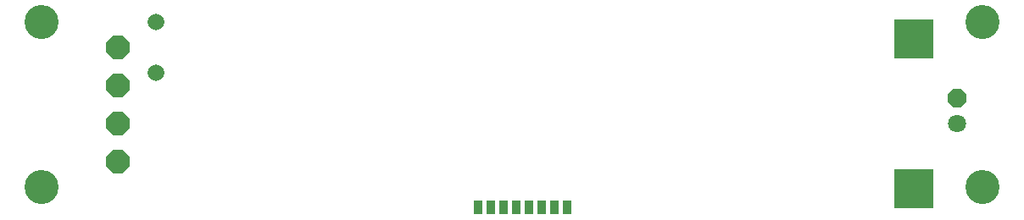
<source format=gbs>
G75*
%MOIN*%
%OFA0B0*%
%FSLAX25Y25*%
%IPPOS*%
%LPD*%
%AMOC8*
5,1,8,0,0,1.08239X$1,22.5*
%
%ADD10C,0.13398*%
%ADD11R,0.15824X0.15824*%
%ADD12R,0.03400X0.05800*%
%ADD13OC8,0.09300*%
%ADD14OC8,0.07100*%
%ADD15C,0.07100*%
%ADD16C,0.06550*%
D10*
X0015942Y0015942D03*
X0015942Y0080942D03*
X0385942Y0080942D03*
X0385942Y0015942D03*
D11*
X0359067Y0015317D03*
X0359067Y0074047D03*
D12*
X0222817Y0007817D03*
X0217817Y0007817D03*
X0212817Y0007817D03*
X0207817Y0007817D03*
X0202817Y0007817D03*
X0197817Y0007817D03*
X0192817Y0007817D03*
X0187817Y0007817D03*
D13*
X0045942Y0025942D03*
X0045942Y0040942D03*
X0045942Y0055942D03*
X0045942Y0070942D03*
D14*
X0375942Y0050942D03*
D15*
X0375942Y0040942D03*
D16*
X0060942Y0060942D03*
X0060942Y0080942D03*
M02*

</source>
